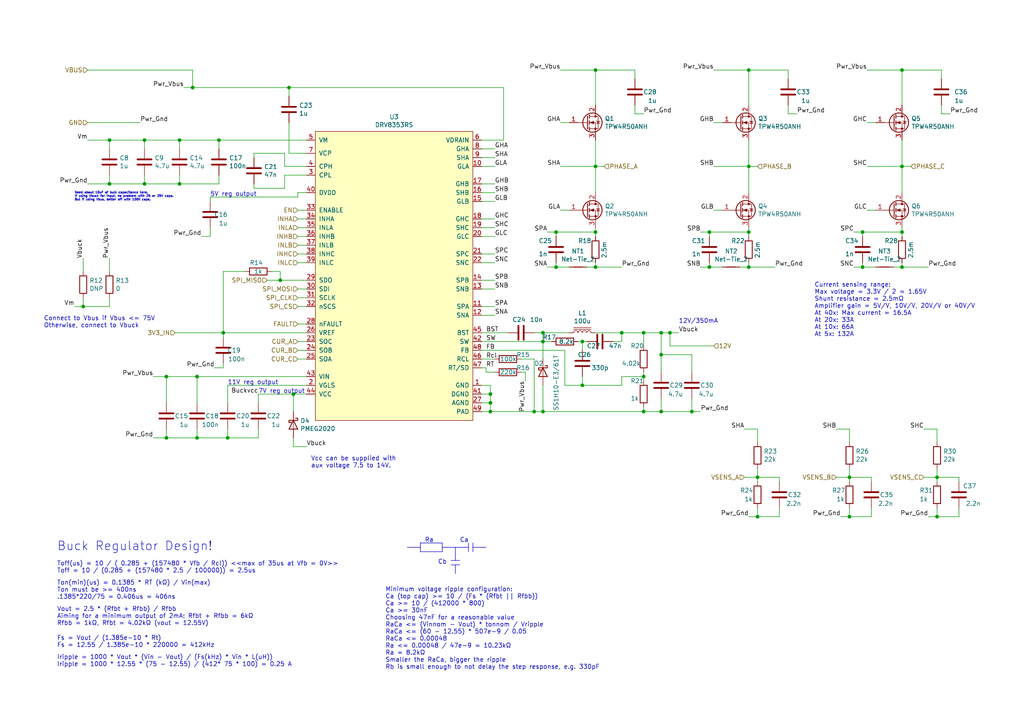
<source format=kicad_sch>
(kicad_sch (version 20230121) (generator eeschema)
  (paper "A4")
  (lib_symbols
    (symbol "Custom:DRV8353RS" (pin_names (offset 1.016))
      (property "Reference" "U" (at -20.32 41.91 0))
      (property "Value" "DRV8353RS" (at 19.05 41.91 0))
      (symbol "DRV8353RS_0_1"
        (rectangle (start 22.86 -43.18) (end -22.86 40.64) (fill (type background)))
      )
      (symbol "DRV8353RS_1_1"
        (pin input line (at 25.4 -33.02 180) (length 2.54) (name "GND") (number "1"))
        (pin input line (at 25.4 30.48 180) (length 2.54) (name "GLA") (number "10"))
        (pin input line (at 25.4 -10.16 180) (length 2.54) (name "SPA") (number "11"))
        (pin input line (at 25.4 -12.7 180) (length 2.54) (name "SNA") (number "12"))
        (pin input line (at 25.4 -5.08 180) (length 2.54) (name "SNB") (number "13"))
        (pin input line (at 25.4 -2.54 180) (length 2.54) (name "SPB") (number "14"))
        (pin input line (at 25.4 20.32 180) (length 2.54) (name "GLB") (number "15"))
        (pin input line (at 25.4 22.86 180) (length 2.54) (name "SHB") (number "16"))
        (pin input line (at 25.4 25.4 180) (length 2.54) (name "GHB") (number "17"))
        (pin input line (at 25.4 15.24 180) (length 2.54) (name "GHC") (number "18"))
        (pin input line (at 25.4 12.7 180) (length 2.54) (name "SHC") (number "19"))
        (pin input line (at -25.4 -33.02 0) (length 2.54) (name "VGLS") (number "2"))
        (pin input line (at 25.4 10.16 180) (length 2.54) (name "GLC") (number "20"))
        (pin input line (at 25.4 5.08 180) (length 2.54) (name "SPC") (number "21"))
        (pin input line (at 25.4 2.54 180) (length 2.54) (name "SNC") (number "22"))
        (pin input line (at -25.4 -20.32 0) (length 2.54) (name "SOC") (number "23"))
        (pin input line (at -25.4 -22.86 0) (length 2.54) (name "SOB") (number "24"))
        (pin input line (at -25.4 -25.4 0) (length 2.54) (name "SOA") (number "25"))
        (pin input line (at -25.4 -17.78 0) (length 2.54) (name "VREF") (number "26"))
        (pin input line (at 25.4 -38.1 180) (length 2.54) (name "AGND") (number "27"))
        (pin input line (at -25.4 -15.24 0) (length 2.54) (name "nFAULT") (number "28"))
        (pin input line (at -25.4 -2.54 0) (length 2.54) (name "SDO") (number "29"))
        (pin input line (at -25.4 27.94 0) (length 2.54) (name "CPL") (number "3"))
        (pin input line (at -25.4 -5.08 0) (length 2.54) (name "SDI") (number "30"))
        (pin input line (at -25.4 -7.62 0) (length 2.54) (name "SCLK") (number "31"))
        (pin input line (at -25.4 -10.16 0) (length 2.54) (name "nSCS") (number "32"))
        (pin input line (at -25.4 17.78 0) (length 2.54) (name "ENABLE") (number "33"))
        (pin input line (at -25.4 15.24 0) (length 2.54) (name "INHA") (number "34"))
        (pin input line (at -25.4 12.7 0) (length 2.54) (name "INLA") (number "35"))
        (pin input line (at -25.4 10.16 0) (length 2.54) (name "INHB") (number "36"))
        (pin input line (at -25.4 7.62 0) (length 2.54) (name "INLB") (number "37"))
        (pin input line (at -25.4 5.08 0) (length 2.54) (name "INHC") (number "38"))
        (pin input line (at -25.4 2.54 0) (length 2.54) (name "INLC") (number "39"))
        (pin input line (at -25.4 30.48 0) (length 2.54) (name "CPH") (number "4"))
        (pin input line (at -25.4 22.86 0) (length 2.54) (name "DVDD") (number "40"))
        (pin input line (at 25.4 -35.56 180) (length 2.54) (name "DGND") (number "41"))
        (pin input line (at 25.4 -20.32 180) (length 2.54) (name "SW") (number "42"))
        (pin input line (at -25.4 -30.48 0) (length 2.54) (name "VIN") (number "43"))
        (pin input line (at -25.4 -35.56 0) (length 2.54) (name "VCC") (number "44"))
        (pin input line (at 25.4 -17.78 180) (length 2.54) (name "BST") (number "45"))
        (pin input line (at 25.4 -25.4 180) (length 2.54) (name "RCL") (number "46"))
        (pin input line (at 25.4 -27.94 180) (length 2.54) (name "RT/SD") (number "47"))
        (pin input line (at 25.4 -22.86 180) (length 2.54) (name "FB") (number "48"))
        (pin input line (at 25.4 -40.64 180) (length 2.54) (name "PAD") (number "49"))
        (pin input line (at -25.4 38.1 0) (length 2.54) (name "VM") (number "5"))
        (pin input line (at 25.4 38.1 180) (length 2.54) (name "VDRAIN") (number "6"))
        (pin input line (at -25.4 34.29 0) (length 2.54) (name "VCP") (number "7"))
        (pin input line (at 25.4 35.56 180) (length 2.54) (name "GHA") (number "8"))
        (pin input line (at 25.4 33.02 180) (length 2.54) (name "SHA") (number "9"))
      )
    )
    (symbol "Device:C" (pin_numbers hide) (pin_names (offset 0.254))
      (property "Reference" "C" (at 0.635 2.54 0))
      (property "Value" "C" (at 0.635 -2.54 0))
      (symbol "C_0_1"
        (polyline (pts (xy -2.032 -0.762) (xy 2.032 -0.762)) (stroke (width 0.508)))
        (polyline (pts (xy -2.032 0.762) (xy 2.032 0.762)) (stroke (width 0.508)))
      )
      (symbol "C_1_1"
        (pin passive line (at 0 3.81 270) (length 2.794) (name "~") (number "1"))
        (pin passive line (at 0 -3.81 90) (length 2.794) (name "~") (number "2"))
      )
    )
    (symbol "Device:D_Schottky" (pin_numbers hide) (pin_names (offset 1.016) hide)
      (property "Reference" "D" (at 0 2.54 0))
      (property "Value" "D_Schottky" (at 0 -2.54 0))
      (symbol "D_Schottky_0_1"
        (polyline (pts (xy 1.27 0) (xy -1.27 0)))
        (polyline (pts (xy 1.27 1.27) (xy 1.27 -1.27) (xy -1.27 0) (xy 1.27 1.27)) (stroke (width 0.254)))
        (polyline (pts (xy -1.905 0.635) (xy -1.905 1.27) (xy -1.27 1.27) (xy -1.27 -1.27) (xy -0.635 -1.27) (xy -0.635 -0.635)) (stroke (width 0.254)))
      )
      (symbol "D_Schottky_1_1"
        (pin passive line (at -3.81 0 0) (length 2.54) (name "K") (number "1"))
        (pin passive line (at 3.81 0 180) (length 2.54) (name "A") (number "2"))
      )
    )
    (symbol "Device:L_Iron" (pin_numbers hide) (pin_names (offset 1.016) hide)
      (property "Reference" "L" (at -1.27 0 90))
      (property "Value" "L_Iron" (at 2.794 0 90))
      (symbol "L_Iron_0_1"
        (arc (start 0 -2.54) (mid 0.6323 -1.905) (end 0 -1.27))
        (arc (start 0 -1.27) (mid 0.6323 -0.635) (end 0 0))
        (polyline (pts (xy 1.016 2.54) (xy 1.016 -2.54)))
        (polyline (pts (xy 1.524 -2.54) (xy 1.524 2.54)))
        (arc (start 0 0) (mid 0.6323 0.635) (end 0 1.27))
        (arc (start 0 1.27) (mid 0.6323 1.905) (end 0 2.54))
      )
      (symbol "L_Iron_1_1"
        (pin passive line (at 0 3.81 270) (length 1.27) (name "1") (number "1"))
        (pin passive line (at 0 -3.81 90) (length 1.27) (name "2") (number "2"))
      )
    )
    (symbol "Device:NetTie_2" (pin_numbers hide) (pin_names (offset 0) hide) (in_bom no)
      (property "Reference" "NT" (at 0 1.27 0))
      (property "Value" "NetTie_2" (at 0 -1.27 0))
      (symbol "NetTie_2_0_1"
        (polyline (pts (xy -1.27 0) (xy 1.27 0)) (stroke (width 0.254)))
      )
      (symbol "NetTie_2_1_1"
        (pin passive line (at -2.54 0 0) (length 2.54) (name "1") (number "1"))
        (pin passive line (at 2.54 0 180) (length 2.54) (name "2") (number "2"))
      )
    )
    (symbol "Device:Q_NMOS_GDS" (pin_names (offset 0) hide)
      (property "Reference" "Q" (at 5.08 1.27 0))
      (property "Value" "Q_NMOS_GDS" (at 5.08 -1.27 0))
      (symbol "Q_NMOS_GDS_0_1"
        (polyline (pts (xy 0.254 0) (xy -2.54 0)))
        (polyline (pts (xy 0.254 1.905) (xy 0.254 -1.905)) (stroke (width 0.254)))
        (polyline (pts (xy 0.762 -1.27) (xy 0.762 -2.286)) (stroke (width 0.254)))
        (polyline (pts (xy 0.762 0.508) (xy 0.762 -0.508)) (stroke (width 0.254)))
        (polyline (pts (xy 0.762 2.286) (xy 0.762 1.27)) (stroke (width 0.254)))
        (polyline (pts (xy 2.54 2.54) (xy 2.54 1.778)))
        (polyline (pts (xy 2.54 -2.54) (xy 2.54 0) (xy 0.762 0)))
        (polyline (pts (xy 0.762 -1.778) (xy 3.302 -1.778) (xy 3.302 1.778) (xy 0.762 1.778)))
        (polyline (pts (xy 1.016 0) (xy 2.032 0.381) (xy 2.032 -0.381) (xy 1.016 0)) (fill (type outline)))
        (polyline (pts (xy 2.794 0.508) (xy 2.921 0.381) (xy 3.683 0.381) (xy 3.81 0.254)))
        (polyline (pts (xy 3.302 0.381) (xy 2.921 -0.254) (xy 3.683 -0.254) (xy 3.302 0.381)))
        (circle (center 1.651 0) (radius 2.794) (stroke (width 0.254)))
        (circle (center 2.54 -1.778) (radius 0.254) (fill (type outline)))
        (circle (center 2.54 1.778) (radius 0.254) (fill (type outline)))
      )
      (symbol "Q_NMOS_GDS_1_1"
        (pin input line (at -5.08 0 0) (length 2.54) (name "G") (number "1"))
        (pin passive line (at 2.54 5.08 270) (length 2.54) (name "D") (number "2"))
        (pin passive line (at 2.54 -5.08 90) (length 2.54) (name "S") (number "3"))
      )
    )
    (symbol "Device:R" (pin_numbers hide) (pin_names (offset 0))
      (property "Reference" "R" (at 2.032 0 90))
      (property "Value" "R" (at 0 0 90))
      (symbol "R_0_1"
        (rectangle (start -1.016 -2.54) (end 1.016 2.54) (stroke (width 0.254)))
      )
      (symbol "R_1_1"
        (pin passive line (at 0 3.81 270) (length 1.27) (name "~") (number "1"))
        (pin passive line (at 0 -3.81 90) (length 1.27) (name "~") (number "2"))
      )
    )
  )
  (junction (at 186.69 109.22))
  (junction (at 246.38 138.43))
  (junction (at 142.24 116.84))
  (junction (at 63.5 40.64))
  (junction (at 186.69 96.52))
  (junction (at 172.72 48.26))
  (junction (at 217.17 20.32))
  (junction (at 168.91 111.76))
  (junction (at 31.75 53.34))
  (junction (at 217.17 77.47))
  (junction (at 205.74 77.47))
  (junction (at 172.72 20.32))
  (junction (at 52.07 53.34))
  (junction (at 219.71 138.43))
  (junction (at 246.38 149.86))
  (junction (at 168.91 99.06))
  (junction (at 205.74 67.31))
  (junction (at 142.24 119.38))
  (junction (at 261.62 67.31))
  (junction (at 200.66 119.38))
  (junction (at 81.28 81.28))
  (junction (at 194.31 96.52))
  (junction (at 172.72 67.31))
  (junction (at 154.94 119.38))
  (junction (at 48.26 109.22))
  (junction (at 41.91 53.34))
  (junction (at 261.62 48.26))
  (junction (at 24.13 88.9))
  (junction (at 271.78 138.43))
  (junction (at 57.15 109.22))
  (junction (at 161.29 77.47))
  (junction (at 217.17 48.26))
  (junction (at 191.77 96.52))
  (junction (at 271.78 149.86))
  (junction (at 83.82 25.4))
  (junction (at 142.24 114.3))
  (junction (at 172.72 77.47))
  (junction (at 161.29 67.31))
  (junction (at 261.62 77.47))
  (junction (at 85.09 114.3))
  (junction (at 66.04 127))
  (junction (at 250.19 67.31))
  (junction (at 250.19 77.47))
  (junction (at 191.77 102.87))
  (junction (at 157.48 99.06))
  (junction (at 52.07 40.64))
  (junction (at 186.69 119.38))
  (junction (at 55.88 25.4))
  (junction (at 191.77 119.38))
  (junction (at 180.34 96.52))
  (junction (at 57.15 127))
  (junction (at 31.75 40.64))
  (junction (at 217.17 67.31))
  (junction (at 157.48 119.38))
  (junction (at 261.62 20.32))
  (junction (at 157.48 96.52))
  (junction (at 48.26 127))
  (junction (at 41.91 40.64))
  (junction (at 64.77 96.52))
  (junction (at 219.71 149.86))
  (wire (pts (xy 250.19 67.31) (xy 261.62 67.31)))
  (wire (pts (xy 64.77 96.52) (xy 50.8 96.52)))
  (wire (pts (xy 143.51 91.44) (xy 139.7 91.44)))
  (wire (pts (xy 269.24 149.86) (xy 271.78 149.86)))
  (wire (pts (xy 85.09 114.3) (xy 88.9 114.3)))
  (wire (pts (xy 217.17 77.47) (xy 224.79 77.47)))
  (wire (pts (xy 154.94 104.14) (xy 154.94 119.38)))
  (wire (pts (xy 246.38 138.43) (xy 252.73 138.43)))
  (wire (pts (xy 83.82 27.94) (xy 83.82 25.4)))
  (wire (pts (xy 57.15 127) (xy 66.04 127)))
  (wire (pts (xy 52.07 40.64) (xy 63.5 40.64)))
  (wire (pts (xy 207.01 20.32) (xy 217.17 20.32)))
  (wire (pts (xy 88.9 40.64) (xy 63.5 40.64)))
  (wire (pts (xy 194.31 100.33) (xy 194.31 96.52)))
  (wire (pts (xy 83.82 44.45) (xy 83.82 35.56)))
  (wire (pts (xy 203.2 77.47) (xy 205.74 77.47)))
  (wire (pts (xy 168.91 101.6) (xy 168.91 99.06)))
  (wire (pts (xy 85.09 129.54) (xy 85.09 127)))
  (wire (pts (xy 271.78 149.86) (xy 278.13 149.86)))
  (wire (pts (xy 78.74 78.74) (xy 81.28 78.74)))
  (wire (pts (xy 180.34 111.76) (xy 168.91 111.76)))
  (wire (pts (xy 52.07 43.18) (xy 52.07 40.64)))
  (wire (pts (xy 57.15 127) (xy 57.15 124.46)))
  (wire (pts (xy 25.4 35.56) (xy 40.64 35.56)))
  (wire (pts (xy 143.51 43.18) (xy 139.7 43.18)))
  (wire (pts (xy 194.31 96.52) (xy 191.77 96.52)))
  (wire (pts (xy 271.78 138.43) (xy 271.78 139.7)))
  (wire (pts (xy 184.15 33.02) (xy 184.15 30.48)))
  (wire (pts (xy 88.9 104.14) (xy 86.36 104.14)))
  (wire (pts (xy 66.04 127) (xy 74.93 127)))
  (wire (pts (xy 246.38 138.43) (xy 246.38 139.7)))
  (wire (pts (xy 88.9 129.54) (xy 85.09 129.54)))
  (wire (pts (xy 168.91 99.06) (xy 167.64 99.06)))
  (wire (pts (xy 48.26 109.22) (xy 57.15 109.22)))
  (wire (pts (xy 217.17 48.26) (xy 217.17 55.88)))
  (wire (pts (xy 261.62 48.26) (xy 261.62 55.88)))
  (wire (pts (xy 81.28 78.74) (xy 81.28 81.28)))
  (wire (pts (xy 88.9 68.58) (xy 86.36 68.58)))
  (wire (pts (xy 86.36 99.06) (xy 88.9 99.06)))
  (wire (pts (xy 247.65 77.47) (xy 250.19 77.47)))
  (wire (pts (xy 180.34 96.52) (xy 186.69 96.52)))
  (wire (pts (xy 180.34 96.52) (xy 180.34 99.06)))
  (wire (pts (xy 172.72 67.31) (xy 172.72 66.04)))
  (wire (pts (xy 142.24 119.38) (xy 154.94 119.38)))
  (polyline (pts (xy 137.16 157.48) (xy 137.16 160.02)) (stroke (width 0) (type solid)))
  (wire (pts (xy 186.69 109.22) (xy 180.34 109.22)))
  (wire (pts (xy 226.06 149.86) (xy 226.06 147.32)))
  (polyline (pts (xy 133.35 162.56) (xy 130.81 162.56)) (stroke (width 0) (type solid)))
  (wire (pts (xy 86.36 93.98) (xy 88.9 93.98)))
  (wire (pts (xy 139.7 101.6) (xy 163.83 101.6)))
  (wire (pts (xy 275.59 33.02) (xy 273.05 33.02)))
  (wire (pts (xy 60.96 68.58) (xy 60.96 66.04)))
  (wire (pts (xy 162.56 60.96) (xy 165.1 60.96)))
  (wire (pts (xy 58.42 68.58) (xy 60.96 68.58)))
  (wire (pts (xy 172.72 68.58) (xy 172.72 67.31)))
  (wire (pts (xy 88.9 48.26) (xy 82.55 48.26)))
  (wire (pts (xy 143.51 58.42) (xy 139.7 58.42)))
  (wire (pts (xy 143.51 76.2) (xy 139.7 76.2)))
  (wire (pts (xy 217.17 149.86) (xy 219.71 149.86)))
  (wire (pts (xy 250.19 68.58) (xy 250.19 67.31)))
  (wire (pts (xy 139.7 111.76) (xy 142.24 111.76)))
  (wire (pts (xy 143.51 55.88) (xy 139.7 55.88)))
  (wire (pts (xy 52.07 53.34) (xy 63.5 53.34)))
  (wire (pts (xy 31.75 50.8) (xy 31.75 53.34)))
  (wire (pts (xy 231.14 33.02) (xy 228.6 33.02)))
  (wire (pts (xy 31.75 86.36) (xy 31.75 88.9)))
  (wire (pts (xy 142.24 119.38) (xy 139.7 119.38)))
  (wire (pts (xy 157.48 119.38) (xy 157.48 111.76)))
  (wire (pts (xy 88.9 73.66) (xy 86.36 73.66)))
  (wire (pts (xy 271.78 138.43) (xy 278.13 138.43)))
  (wire (pts (xy 196.85 96.52) (xy 194.31 96.52)))
  (wire (pts (xy 250.19 77.47) (xy 254 77.47)))
  (wire (pts (xy 73.66 53.34) (xy 73.66 54.61)))
  (wire (pts (xy 64.77 97.79) (xy 64.77 96.52)))
  (wire (pts (xy 217.17 30.48) (xy 217.17 20.32)))
  (wire (pts (xy 186.69 96.52) (xy 191.77 96.52)))
  (wire (pts (xy 82.55 50.8) (xy 88.9 50.8)))
  (wire (pts (xy 82.55 54.61) (xy 82.55 50.8)))
  (wire (pts (xy 207.01 48.26) (xy 217.17 48.26)))
  (wire (pts (xy 147.32 96.52) (xy 139.7 96.52)))
  (wire (pts (xy 55.88 20.32) (xy 55.88 25.4)))
  (wire (pts (xy 219.71 147.32) (xy 219.71 149.86)))
  (wire (pts (xy 219.71 138.43) (xy 219.71 139.7)))
  (wire (pts (xy 191.77 96.52) (xy 191.77 102.87)))
  (wire (pts (xy 139.7 99.06) (xy 157.48 99.06)))
  (wire (pts (xy 140.97 106.68) (xy 139.7 106.68)))
  (wire (pts (xy 24.13 86.36) (xy 24.13 88.9)))
  (wire (pts (xy 86.36 101.6) (xy 88.9 101.6)))
  (wire (pts (xy 242.57 138.43) (xy 246.38 138.43)))
  (wire (pts (xy 73.66 54.61) (xy 82.55 54.61)))
  (wire (pts (xy 83.82 25.4) (xy 55.88 25.4)))
  (wire (pts (xy 142.24 116.84) (xy 142.24 119.38)))
  (wire (pts (xy 63.5 40.64) (xy 63.5 43.18)))
  (polyline (pts (xy 135.89 157.48) (xy 135.89 160.02)) (stroke (width 0) (type solid)))
  (wire (pts (xy 143.51 68.58) (xy 139.7 68.58)))
  (polyline (pts (xy 137.16 158.75) (xy 140.97 158.75)))
  (wire (pts (xy 154.94 119.38) (xy 157.48 119.38)))
  (wire (pts (xy 219.71 138.43) (xy 226.06 138.43)))
  (polyline (pts (xy 132.08 163.83) (xy 132.08 166.37)))
  (wire (pts (xy 25.4 40.64) (xy 31.75 40.64)))
  (wire (pts (xy 261.62 30.48) (xy 261.62 20.32)))
  (wire (pts (xy 31.75 40.64) (xy 41.91 40.64)))
  (wire (pts (xy 142.24 114.3) (xy 142.24 116.84)))
  (wire (pts (xy 86.36 57.15) (xy 86.36 55.88)))
  (polyline (pts (xy 128.27 160.02) (xy 128.27 157.48)) (stroke (width 0) (type solid)))
  (polyline (pts (xy 121.92 157.48) (xy 121.92 160.02)) (stroke (width 0) (type solid)))
  (wire (pts (xy 44.45 109.22) (xy 48.26 109.22)))
  (wire (pts (xy 81.28 81.28) (xy 88.9 81.28)))
  (wire (pts (xy 228.6 33.02) (xy 228.6 30.48)))
  (wire (pts (xy 143.51 63.5) (xy 139.7 63.5)))
  (wire (pts (xy 48.26 116.84) (xy 48.26 109.22)))
  (wire (pts (xy 205.74 77.47) (xy 209.55 77.47)))
  (wire (pts (xy 86.36 86.36) (xy 88.9 86.36)))
  (wire (pts (xy 200.66 102.87) (xy 200.66 107.95)))
  (wire (pts (xy 251.46 48.26) (xy 261.62 48.26)))
  (wire (pts (xy 186.69 109.22) (xy 186.69 107.95)))
  (wire (pts (xy 200.66 119.38) (xy 203.2 119.38)))
  (wire (pts (xy 246.38 147.32) (xy 246.38 149.86)))
  (wire (pts (xy 215.9 138.43) (xy 219.71 138.43)))
  (wire (pts (xy 186.69 110.49) (xy 186.69 109.22)))
  (wire (pts (xy 243.84 149.86) (xy 246.38 149.86)))
  (wire (pts (xy 162.56 20.32) (xy 172.72 20.32)))
  (wire (pts (xy 88.9 96.52) (xy 64.77 96.52)))
  (wire (pts (xy 261.62 67.31) (xy 261.62 66.04)))
  (wire (pts (xy 217.17 67.31) (xy 217.17 66.04)))
  (wire (pts (xy 66.04 127) (xy 66.04 124.46)))
  (wire (pts (xy 271.78 147.32) (xy 271.78 149.86)))
  (wire (pts (xy 180.34 99.06) (xy 177.8 99.06)))
  (wire (pts (xy 203.2 67.31) (xy 205.74 67.31)))
  (wire (pts (xy 180.34 109.22) (xy 180.34 111.76)))
  (wire (pts (xy 264.16 48.26) (xy 261.62 48.26)))
  (polyline (pts (xy 121.92 160.02) (xy 128.27 160.02)) (stroke (width 0) (type solid)))
  (wire (pts (xy 191.77 119.38) (xy 200.66 119.38)))
  (wire (pts (xy 41.91 53.34) (xy 52.07 53.34)))
  (wire (pts (xy 215.9 124.46) (xy 219.71 124.46)))
  (wire (pts (xy 157.48 104.14) (xy 157.48 99.06)))
  (wire (pts (xy 62.23 106.68) (xy 64.77 106.68)))
  (wire (pts (xy 251.46 20.32) (xy 261.62 20.32)))
  (wire (pts (xy 207.01 35.56) (xy 209.55 35.56)))
  (wire (pts (xy 82.55 48.26) (xy 82.55 44.45)))
  (wire (pts (xy 143.51 88.9) (xy 139.7 88.9)))
  (wire (pts (xy 247.65 67.31) (xy 250.19 67.31)))
  (wire (pts (xy 74.93 114.3) (xy 85.09 114.3)))
  (wire (pts (xy 170.18 99.06) (xy 168.91 99.06)))
  (wire (pts (xy 48.26 127) (xy 48.26 124.46)))
  (wire (pts (xy 172.72 77.47) (xy 180.34 77.47)))
  (wire (pts (xy 214.63 77.47) (xy 217.17 77.47)))
  (wire (pts (xy 151.13 104.14) (xy 154.94 104.14)))
  (wire (pts (xy 252.73 149.86) (xy 252.73 147.32)))
  (wire (pts (xy 170.18 77.47) (xy 172.72 77.47)))
  (wire (pts (xy 64.77 96.52) (xy 64.77 78.74)))
  (wire (pts (xy 143.51 48.26) (xy 139.7 48.26)))
  (wire (pts (xy 140.97 106.68) (xy 140.97 107.95)))
  (wire (pts (xy 191.77 102.87) (xy 191.77 107.95)))
  (wire (pts (xy 63.5 53.34) (xy 63.5 50.8)))
  (wire (pts (xy 143.51 83.82) (xy 139.7 83.82)))
  (wire (pts (xy 205.74 67.31) (xy 217.17 67.31)))
  (wire (pts (xy 146.05 40.64) (xy 139.7 40.64)))
  (wire (pts (xy 86.36 66.04) (xy 88.9 66.04)))
  (wire (pts (xy 139.7 116.84) (xy 142.24 116.84)))
  (wire (pts (xy 172.72 48.26) (xy 172.72 40.64)))
  (wire (pts (xy 217.17 68.58) (xy 217.17 67.31)))
  (wire (pts (xy 143.51 53.34) (xy 139.7 53.34)))
  (wire (pts (xy 31.75 74.93) (xy 31.75 78.74)))
  (wire (pts (xy 143.51 73.66) (xy 139.7 73.66)))
  (wire (pts (xy 219.71 48.26) (xy 217.17 48.26)))
  (polyline (pts (xy 130.81 163.83) (xy 133.35 163.83)) (stroke (width 0) (type solid)))
  (wire (pts (xy 163.83 111.76) (xy 163.83 101.6)))
  (wire (pts (xy 191.77 102.87) (xy 200.66 102.87)))
  (wire (pts (xy 52.07 50.8) (xy 52.07 53.34)))
  (wire (pts (xy 66.04 111.76) (xy 88.9 111.76)))
  (wire (pts (xy 157.48 119.38) (xy 186.69 119.38)))
  (wire (pts (xy 175.26 48.26) (xy 172.72 48.26)))
  (wire (pts (xy 88.9 63.5) (xy 86.36 63.5)))
  (wire (pts (xy 273.05 33.02) (xy 273.05 30.48)))
  (wire (pts (xy 161.29 76.2) (xy 161.29 77.47)))
  (wire (pts (xy 143.51 66.04) (xy 139.7 66.04)))
  (polyline (pts (xy 128.27 157.48) (xy 121.92 157.48)) (stroke (width 0) (type solid)))
  (wire (pts (xy 162.56 48.26) (xy 172.72 48.26)))
  (wire (pts (xy 267.97 124.46) (xy 271.78 124.46)))
  (wire (pts (xy 85.09 119.38) (xy 85.09 114.3)))
  (wire (pts (xy 86.36 83.82) (xy 88.9 83.82)))
  (wire (pts (xy 207.01 100.33) (xy 194.31 100.33)))
  (wire (pts (xy 64.77 106.68) (xy 64.77 105.41)))
  (wire (pts (xy 271.78 135.89) (xy 271.78 138.43)))
  (wire (pts (xy 278.13 138.43) (xy 278.13 139.7)))
  (wire (pts (xy 88.9 44.45) (xy 83.82 44.45)))
  (wire (pts (xy 74.93 116.84) (xy 74.93 114.3)))
  (wire (pts (xy 278.13 149.86) (xy 278.13 147.32)))
  (wire (pts (xy 261.62 77.47) (xy 269.24 77.47)))
  (wire (pts (xy 226.06 138.43) (xy 226.06 139.7)))
  (wire (pts (xy 219.71 135.89) (xy 219.71 138.43)))
  (wire (pts (xy 228.6 20.32) (xy 228.6 22.86)))
  (wire (pts (xy 24.13 74.93) (xy 24.13 78.74)))
  (wire (pts (xy 83.82 25.4) (xy 146.05 25.4)))
  (wire (pts (xy 55.88 25.4) (xy 53.34 25.4)))
  (wire (pts (xy 21.59 88.9) (xy 24.13 88.9)))
  (wire (pts (xy 158.75 77.47) (xy 161.29 77.47)))
  (wire (pts (xy 152.4 110.49) (xy 152.4 107.95)))
  (wire (pts (xy 86.36 55.88) (xy 88.9 55.88)))
  (wire (pts (xy 250.19 76.2) (xy 250.19 77.47)))
  (wire (pts (xy 273.05 20.32) (xy 273.05 22.86)))
  (wire (pts (xy 41.91 40.64) (xy 52.07 40.64)))
  (wire (pts (xy 160.02 99.06) (xy 157.48 99.06)))
  (wire (pts (xy 41.91 50.8) (xy 41.91 53.34)))
  (wire (pts (xy 31.75 43.18) (xy 31.75 40.64)))
  (wire (pts (xy 152.4 107.95) (xy 151.13 107.95)))
  (wire (pts (xy 172.72 77.47) (xy 172.72 76.2)))
  (wire (pts (xy 73.66 44.45) (xy 73.66 45.72)))
  (wire (pts (xy 251.46 60.96) (xy 254 60.96)))
  (wire (pts (xy 205.74 76.2) (xy 205.74 77.47)))
  (wire (pts (xy 261.62 20.32) (xy 273.05 20.32)))
  (wire (pts (xy 57.15 109.22) (xy 88.9 109.22)))
  (wire (pts (xy 86.36 88.9) (xy 88.9 88.9)))
  (wire (pts (xy 259.08 77.47) (xy 261.62 77.47)))
  (wire (pts (xy 158.75 67.31) (xy 161.29 67.31)))
  (wire (pts (xy 271.78 124.46) (xy 271.78 128.27)))
  (wire (pts (xy 219.71 149.86) (xy 226.06 149.86)))
  (wire (pts (xy 261.62 68.58) (xy 261.62 67.31)))
  (wire (pts (xy 48.26 127) (xy 57.15 127)))
  (wire (pts (xy 143.51 45.72) (xy 139.7 45.72)))
  (wire (pts (xy 82.55 44.45) (xy 73.66 44.45)))
  (wire (pts (xy 186.69 33.02) (xy 184.15 33.02)))
  (wire (pts (xy 31.75 88.9) (xy 24.13 88.9)))
  (wire (pts (xy 217.17 20.32) (xy 228.6 20.32)))
  (wire (pts (xy 172.72 20.32) (xy 184.15 20.32)))
  (wire (pts (xy 191.77 119.38) (xy 186.69 119.38)))
  (wire (pts (xy 143.51 81.28) (xy 139.7 81.28)))
  (polyline (pts (xy 128.27 158.75) (xy 135.89 158.75)))
  (wire (pts (xy 77.47 81.28) (xy 81.28 81.28)))
  (wire (pts (xy 267.97 138.43) (xy 271.78 138.43)))
  (wire (pts (xy 66.04 111.76) (xy 66.04 116.84)))
  (wire (pts (xy 165.1 96.52) (xy 157.48 96.52)))
  (wire (pts (xy 205.74 68.58) (xy 205.74 67.31)))
  (wire (pts (xy 161.29 68.58) (xy 161.29 67.31)))
  (wire (pts (xy 44.45 127) (xy 48.26 127)))
  (wire (pts (xy 139.7 114.3) (xy 142.24 114.3)))
  (wire (pts (xy 41.91 43.18) (xy 41.91 40.64)))
  (wire (pts (xy 74.93 127) (xy 74.93 124.46)))
  (wire (pts (xy 161.29 77.47) (xy 165.1 77.47)))
  (wire (pts (xy 172.72 30.48) (xy 172.72 20.32)))
  (wire (pts (xy 252.73 138.43) (xy 252.73 139.7)))
  (polyline (pts (xy 132.08 158.75) (xy 132.08 162.56)))
  (wire (pts (xy 142.24 111.76) (xy 142.24 114.3)))
  (wire (pts (xy 161.29 67.31) (xy 172.72 67.31)))
  (wire (pts (xy 168.91 111.76) (xy 163.83 111.76)))
  (wire (pts (xy 25.4 53.34) (xy 31.75 53.34)))
  (wire (pts (xy 86.36 60.96) (xy 88.9 60.96)))
  (wire (pts (xy 157.48 96.52) (xy 154.94 96.52)))
  (wire (pts (xy 246.38 124.46) (xy 246.38 128.27)))
  (wire (pts (xy 64.77 78.74) (xy 71.12 78.74)))
  (wire (pts (xy 60.96 58.42) (xy 60.96 57.15)))
  (wire (pts (xy 186.69 96.52) (xy 186.69 100.33)))
  (wire (pts (xy 143.51 104.14) (xy 139.7 104.14)))
  (wire (pts (xy 200.66 119.38) (xy 200.66 115.57)))
  (wire (pts (xy 261.62 77.47) (xy 261.62 76.2)))
  (wire (pts (xy 86.36 76.2) (xy 88.9 76.2)))
  (wire (pts (xy 261.62 48.26) (xy 261.62 40.64)))
  (wire (pts (xy 86.36 71.12) (xy 88.9 71.12)))
  (wire (pts (xy 191.77 115.57) (xy 191.77 119.38)))
  (wire (pts (xy 251.46 35.56) (xy 254 35.56)))
  (wire (pts (xy 217.17 77.47) (xy 217.17 76.2)))
  (wire (pts (xy 242.57 124.46) (xy 246.38 124.46)))
  (wire (pts (xy 60.96 57.15) (xy 86.36 57.15)))
  (wire (pts (xy 184.15 20.32) (xy 184.15 22.86)))
  (wire (pts (xy 162.56 35.56) (xy 165.1 35.56)))
  (wire (pts (xy 186.69 119.38) (xy 186.69 118.11)))
  (wire (pts (xy 217.17 48.26) (xy 217.17 40.64)))
  (wire (pts (xy 246.38 149.86) (xy 252.73 149.86)))
  (wire (pts (xy 146.05 25.4) (xy 146.05 40.64)))
  (wire (pts (xy 25.4 20.32) (xy 55.88 20.32)))
  (wire (pts (xy 246.38 135.89) (xy 246.38 138.43)))
  (wire (pts (xy 31.75 53.34) (xy 41.91 53.34)))
  (wire (pts (xy 172.72 96.52) (xy 180.34 96.52)))
  (wire (pts (xy 140.97 107.95) (xy 143.51 107.95)))
  (wire (pts (xy 57.15 116.84) (xy 57.15 109.22)))
  (polyline (pts (xy 121.92 158.75) (xy 118.11 158.75)))
  (wire (pts (xy 157.48 99.06) (xy 157.48 96.52)))
  (wire (pts (xy 207.01 60.96) (xy 209.55 60.96)))
  (wire (pts (xy 172.72 48.26) (xy 172.72 55.88)))
  (wire (pts (xy 219.71 124.46) (xy 219.71 128.27)))
  (wire (pts (xy 168.91 111.76) (xy 168.91 109.22)))
  (text "Ra" (at 123.19 157.48 0) (effects (font (size 1.27 1.27)) (justify left bottom)))
  (text "Cb" (at 127 163.83 0) (effects (font (size 1.27 1.27)) (justify left bottom)))
  (text "Buck Regulator Design!" (at 16.51 160.02 0) (effects (font (size 2.54 2.54)) (justify left bottom)))
  (text "Current sensing range:\nMax voltage = 3.3V / 2 = 1.65V\nShunt resistance = 2.5mΩ\nAmplifier gain = 5V/V, 10V/V, 20V/V or 40V/V\nAt 40x: Max current = 16.5A\nAt 20x: 33A\nAt 10x: 66A\nAt 5x: 132A" (at 236.22 97.79 0) (effects (font (size 1.27 1.27)) (justify left bottom)))
  (text "Vout = 2.5 * (Rfbt + Rfbb) / Rfbb\nAiming for a minimum output of 2mA: Rfbt + Rfbb = 6kΩ\nRfbb = 1kΩ, Rfbt = 4.02kΩ (vout = 12.55V)" (at 16.51 181.61 0) (effects (font (size 1.27 1.27)) (justify left bottom)))
  (text "5V reg output" (at 60.96 57.15 0) (effects (font (size 1.27 1.27)) (justify left bottom)))
  (text "Vcc can be supplied with\naux voltage 7.5 to 14V." (at 90.17 135.89 0) (effects (font (size 1.27 1.27)) (justify left bottom)))
  (text "Minimum voltage ripple configuration:\nCa (top cap) >= 10 / (Fs * (Rfbt || Rfbb))\nCa >= 10 / (412000 * 800)\nCa >= 30nF\nChoosing 47nF for a reasonable value\nRaCa <= (Vinnom - Vout) * tonnom / Vripple\nRaCa <= (60 - 12.55) * 507e-9 / 0.05\nRaCa <= 0.00048\nRa <= 0.00048 / 47e-9 = 10.23kΩ\nRa = 8.2kΩ\nSmaller the RaCa, bigger the ripple\nRb is small enough to not delay the step response, e.g. 330pF" (at 111.76 194.31 0) (effects (font (size 1.27 1.27)) (justify left bottom)))
  (text "12V/350mA" (at 196.85 93.98 0) (effects (font (size 1.27 1.27)) (justify left bottom)))
  (text "11V reg output" (at 66.04 111.76 0) (effects (font (size 1.27 1.27)) (justify left bottom)))
  (text "Iripple = 1000 * Vout * (Vin - Vout) / (Fs(kHz) * Vin * L(uH))\nIripple = 1000 * 12.55 * (75 - 12.55) / (412* 75 * 100) = 0.25 A\n\n" (at 16.51 195.58 0) (effects (font (size 1.27 1.27)) (justify left bottom)))
  (text "Ton(min)(us) = 0.1385‬ * RT (kΩ) / Vin(max)\nTon must be >= 400ns\n.1385*220/75 = 0.406us = 406ns" (at 16.51 173.99 0) (effects (font (size 1.27 1.27)) (justify left bottom)))
  (text "7V reg output" (at 74.93 114.3 0) (effects (font (size 1.27 1.27)) (justify left bottom)))
  (text "Connect to Vbus if Vbus <= 75V\nOtherwise, connect to Vbuck" (at 12.7 95.25 0) (effects (font (size 1.27 1.27)) (justify left bottom)))
  (text "Fs = Vout / (1.385e-10 * Rt)\nFs = 12.55 / 1.385e-10 * 220000 = 412kHz" (at 16.51 187.96 0) (effects (font (size 1.27 1.27)) (justify left bottom)))
  (text "Toff(us) = 10 / ( 0.285 + (157480 * Vfb / Rcl)) <<max of 35us at Vfb = 0V>>\nToff = 10 / (0.285 + (157480 * 2.5 / 100000)) = 2.5us" (at 16.51 166.37 0) (effects (font (size 1.27 1.27)) (justify left bottom)))
  (text "Ca" (at 133.35 157.48 0) (effects (font (size 1.27 1.27)) (justify left bottom)))
  (text "Need about 10uF of bulk capacitance here. \nIf using Vbuck for input, no problem with 25 or 35V caps.\nBut if using Vbus, better off with 100V caps." (at 21.59 58.42 0) (effects (font (size 0.635 0.635)) (justify left bottom)))
  (label "SPA" (at 143.51 88.9 0))
  (label "Pwr_Vbus" (at 44.45 109.22 180))
  (label "RT" (at 140.97 106.68 0))
  (label "SPC" (at 143.51 73.66 0))
  (label "SPB" (at 143.51 81.28 0))
  (label "Pwr_Gnd" (at 224.79 77.47 0))
  (label "SHB" (at 242.57 124.46 180))
  (label "Vbuck" (at 88.9 129.54 0))
  (label "Pwr_Gnd" (at 275.59 33.02 0))
  (label "Pwr_Gnd" (at 44.45 127 180))
  (label "Pwr_Vbus" (at 31.75 74.93 90))
  (label "GLC" (at 143.51 68.58 0))
  (label "GLA" (at 162.56 60.96 180))
  (label "GHA" (at 162.56 35.56 180))
  (label "FB" (at 140.97 101.6 0))
  (label "GLB" (at 143.51 58.42 0))
  (label "SHA" (at 162.56 48.26 180))
  (label "SHC" (at 251.46 48.26 180))
  (label "Vbuck" (at 24.13 74.93 90))
  (label "SPB" (at 203.2 67.31 180))
  (label "Pwr_Vbus" (at 162.56 20.32 180))
  (label "SNB" (at 203.2 77.47 180))
  (label "Pwr_Vbus" (at 53.34 25.4 180))
  (label "SHB" (at 143.51 55.88 0))
  (label "Vm" (at 25.4 40.64 180))
  (label "SNB" (at 143.51 83.82 0))
  (label "SHB" (at 207.01 48.26 180))
  (label "Pwr_Gnd" (at 269.24 149.86 180))
  (label "BST" (at 140.97 96.52 0))
  (label "GHB" (at 207.01 35.56 180))
  (label "GHC" (at 251.46 35.56 180))
  (label "SNC" (at 143.51 76.2 0))
  (label "Pwr_Gnd" (at 62.23 106.68 180))
  (label "Pwr_Gnd" (at 243.84 149.86 180))
  (label "GLB" (at 207.01 60.96 180))
  (label "GHC" (at 143.51 63.5 0))
  (label "SPC" (at 247.65 67.31 180))
  (label "Pwr_Vbus" (at 207.01 20.32 180))
  (label "Pwr_Vbus" (at 152.4 110.49 270))
  (label "Rcl" (at 140.97 104.14 0))
  (label "Pwr_Gnd" (at 217.17 149.86 180))
  (label "Vbuck" (at 196.85 96.52 0))
  (label "GHB" (at 143.51 53.34 0))
  (label "SHC" (at 143.51 66.04 0))
  (label "SHA" (at 143.51 45.72 0))
  (label "GLA" (at 143.51 48.26 0))
  (label "Buckvcc" (at 74.93 114.3 180))
  (label "SNA" (at 158.75 77.47 180))
  (label "Pwr_Gnd" (at 269.24 77.47 0))
  (label "SHA" (at 215.9 124.46 180))
  (label "SNC" (at 247.65 77.47 180))
  (label "Pwr_Gnd" (at 180.34 77.47 0))
  (label "SHC" (at 267.97 124.46 180))
  (label "Pwr_Gnd" (at 25.4 53.34 180))
  (label "SW" (at 140.97 99.06 0))
  (label "GHA" (at 143.51 43.18 0))
  (label "Pwr_Vbus" (at 251.46 20.32 180))
  (label "Pwr_Gnd" (at 231.14 33.02 0))
  (label "SNA" (at 143.51 91.44 0))
  (label "Vm" (at 21.59 88.9 180))
  (label "Pwr_Gnd" (at 40.64 35.56 0))
  (label "GLC" (at 251.46 60.96 180))
  (label "SPA" (at 158.75 67.31 180))
  (label "Pwr_Gnd" (at 186.69 33.02 0))
  (label "Pwr_Gnd" (at 203.2 119.38 0))
  (label "Pwr_Gnd" (at 58.42 68.58 180))
  (hierarchical_label "INHA" (shape input) (at 86.36 63.5 180))
  (hierarchical_label "INLC" (shape input) (at 86.36 76.2 180))
  (hierarchical_label "SPI_MISO" (shape input) (at 77.47 81.28 180))
  (hierarchical_label "SPI_MOSI" (shape input) (at 86.36 83.82 180))
  (hierarchical_label "FAULT" (shape input) (at 86.36 93.98 180))
  (hierarchical_label "PHASE_A" (shape input) (at 175.26 48.26 0))
  (hierarchical_label "12V" (shape input) (at 207.01 100.33 0))
  (hierarchical_label "PHASE_B" (shape input) (at 219.71 48.26 0))
  (hierarchical_label "INLB" (shape input) (at 86.36 71.12 180))
  (hierarchical_label "SPI_CS" (shape input) (at 86.36 88.9 180))
  (hierarchical_label "VSENS_C" (shape input) (at 267.97 138.43 180))
  (hierarchical_label "CUR_C" (shape input) (at 86.36 104.14 180))
  (hierarchical_label "VSENS_B" (shape input) (at 242.57 138.43 180))
  (hierarchical_label "INHB" (shape input) (at 86.36 68.58 180))
  (hierarchical_label "PHASE_C" (shape input) (at 264.16 48.26 0))
  (hierarchical_label "INHC" (shape input) (at 86.36 73.66 180))
  (hierarchical_label "CUR_B" (shape input) (at 86.36 101.6 180))
  (hierarchical_label "EN" (shape input) (at 86.36 60.96 180))
  (hierarchical_label "3V3_IN" (shape input) (at 50.8 96.52 180))
  (hierarchical_label "VSENS_A" (shape input) (at 215.9 138.43 180))
  (hierarchical_label "SPI_CLK" (shape input) (at 86.36 86.36 180))
  (hierarchical_label "INLA" (shape input) (at 86.36 66.04 180))
  (hierarchical_label "CUR_A" (shape input) (at 86.36 99.06 180))
  (hierarchical_label "VBUS" (shape input) (at 25.4 20.32 180))
  (hierarchical_label "GND" (shape input) (at 25.4 35.56 180))
  (symbol (lib_id "Device:Q_NMOS_GDS") (at 170.18 35.56 0) (unit 1)
    (property "Reference" "Q1" (at 175.4124 34.3916 0) (effects (justify left)))
    (property "Value" "TPW4R50ANH" (at 175.4124 36.703 0) (effects (justify left)))
    (property "Footprint" "Custom:Toshiba_DSOP-Advance" (effects hide))
  )
  (symbol (lib_id "Device:Q_NMOS_GDS") (at 170.18 60.96 0) (unit 1)
    (property "Reference" "Q2" (at 175.4124 59.7916 0) (effects (justify left)))
    (property "Value" "TPW4R50ANH" (at 175.4124 62.103 0) (effects (justify left)))
    (property "Footprint" "Custom:Toshiba_DSOP-Advance" (effects hide))
  )
  (symbol (lib_id "Device:R") (at 172.72 72.39 0) (unit 1)
    (property "Reference" "R18" (at 167.64 69.85 0) (effects (justify left)))
    (property "Value" "2.5m" (at 175.26 74.93 90) (effects (justify left)))
    (property "Footprint" "Resistor_SMD:R_2512_6332Metric" (effects hide))
  )
  (symbol (lib_id "Device:NetTie_2") (at 167.64 77.47 0) (unit 1) (in_bom no)
    (property "Reference" "NT1" (at 167.64 72.8726 0))
    (property "Value" "Net-Tie_2" (at 167.64 75.184 0))
    (property "Footprint" "NetTie:NetTie-2_SMD_Pad0.5mm" (effects hide))
  )
  (symbol (lib_id "Custom:DRV8353RS") (at 114.3 78.74 0) (unit 1)
    (property "Reference" "U3" (at 114.3 33.909 0))
    (property "Value" "DRV8353RS" (at 114.3 36.2204 0))
    (property "Footprint" "Custom:TI-RGZ-48-QFN" (effects hide))
  )
  (symbol (lib_id "Device:C") (at 83.82 31.75 0) (unit 1)
    (property "Reference" "C23" (at 86.741 30.5816 0) (effects (justify left)))
    (property "Value" "1u" (at 86.741 32.893 0) (effects (justify left)))
    (property "Footprint" "Capacitor_SMD:C_0603_1608Metric" (effects hide))
    (property "Voltage" "16V" (effects hide))
  )
  (symbol (lib_id "Device:C") (at 200.66 111.76 180) (unit 1)
    (property "Reference" "C30" (at 207.01 111.76 0) (effects (justify left)))
    (property "Value" "4.7u" (at 207.01 114.3 0) (effects (justify left)))
    (property "Footprint" "Capacitor_SMD:C_0805_2012Metric" (effects hide))
    (property "Voltage" "16V" (effects hide))
  )
  (symbol (lib_id "Device:R") (at 246.38 132.08 0) (unit 1)
    (property "Reference" "R26" (at 248.158 130.9116 0) (effects (justify left)))
    (property "Value" "22k" (at 248.158 133.223 0) (effects (justify left)))
    (property "Footprint" "Resistor_SMD:R_0603_1608Metric" (effects hide))
  )
  (symbol (lib_id "Device:R") (at 246.38 143.51 0) (unit 1)
    (property "Reference" "R27" (at 241.3 142.24 0) (effects (justify left)))
    (property "Value" "1k" (at 242.57 144.78 0) (effects (justify left)))
    (property "Footprint" "Resistor_SMD:R_0603_1608Metric" (effects hide))
  )
  (symbol (lib_id "Device:C") (at 252.73 143.51 180) (unit 1)
    (property "Reference" "C35" (at 259.08 143.51 0) (effects (justify left)))
    (property "Value" "2.2n" (at 259.08 146.05 0) (effects (justify left)))
    (property "Footprint" "Capacitor_SMD:C_0603_1608Metric" (effects hide))
    (property "Voltage" "16V" (effects hide))
  )
  (symbol (lib_id "Device:C") (at 63.5 46.99 0) (unit 1)
    (property "Reference" "C17" (at 66.421 45.8216 0) (effects (justify left)))
    (property "Value" "100n" (at 66.421 48.133 0) (effects (justify left)))
    (property "Footprint" "Capacitor_SMD:C_0805_2012Metric" (effects hide))
    (property "Voltage" "100V" (effects hide))
  )
  (symbol (lib_id "Device:C") (at 52.07 46.99 0) (unit 1)
    (property "Reference" "C14" (at 54.991 45.8216 0) (effects (justify left)))
    (property "Value" "4.7u" (at 54.991 48.133 0) (effects (justify left)))
    (property "Footprint" "Capacitor_SMD:C_1210_3225Metric" (effects hide))
    (property "Voltage" "100V" (effects hide))
  )
  (symbol (lib_id "Device:C") (at 151.13 96.52 270) (unit 1)
    (property "Reference" "C24" (at 148.59 92.71 90) (effects (justify left)))
    (property "Value" "10n" (at 153.67 92.71 90) (effects (justify left)))
    (property "Footprint" "Capacitor_SMD:C_0603_1608Metric" (effects hide))
    (property "Voltage" "16V" (effects hide))
  )
  (symbol (lib_id "Device:L_Iron") (at 168.91 96.52 90) (unit 1)
    (property "Reference" "L1" (at 168.91 90.805 90))
    (property "Value" "100u" (at 168.91 93.1164 90))
    (property "Footprint" "Custom:NR6045" (effects hide))
  )
  (symbol (lib_id "Device:C") (at 173.99 99.06 270) (unit 1)
    (property "Reference" "C27" (at 170.18 100.33 90) (effects (justify left)))
    (property "Value" "47n" (at 176.53 100.33 90) (effects (justify left)))
    (property "Footprint" "Capacitor_SMD:C_0603_1608Metric" (effects hide))
    (property "Voltage" "16V" (effects hide))
  )
  (symbol (lib_id "Device:R") (at 163.83 99.06 90) (unit 1)
    (property "Reference" "R17" (at 161.29 97.79 90) (effects (justify left)))
    (property "Value" "8.2k" (at 166.37 99.06 90) (effects (justify left)))
    (property "Footprint" "Resistor_SMD:R_0603_1608Metric" (effects hide))
  )
  (symbol (lib_id "Device:C") (at 168.91 105.41 180) (unit 1)
    (property "Reference" "C26" (at 171.45 102.87 0) (effects (justify left)))
    (property "Value" "330p" (at 176.53 106.68 0) (effects (justify left)))
    (property "Footprint" "Capacitor_SMD:C_0603_1608Metric" (effects hide))
    (property "Voltage" "16V" (effects hide))
  )
  (symbol (lib_id "Device:R") (at 186.69 104.14 0) (unit 1)
    (property "Reference" "R20" (at 182.88 100.33 0) (effects (justify left)))
    (property "Value" "4.02k" (at 180.34 105.41 0) (effects (justify left)))
    (property "Footprint" "Resistor_SMD:R_0603_1608Metric" (effects hide))
  )
  (symbol (lib_id "Device:R") (at 186.69 114.3 0) (unit 1)
    (property "Reference" "R21" (at 182.88 110.49 0) (effects (justify left)))
    (property "Value" "1k" (at 182.88 115.57 0) (effects (justify left)))
    (property "Footprint" "Resistor_SMD:R_0603_1608Metric" (effects hide))
  )
  (symbol (lib_id "Device:D_Schottky") (at 157.48 107.95 270) (unit 1)
    (property "Reference" "D2" (at 154.94 105.41 90) (effects (justify left)))
    (property "Value" "SS1H10-E3/61T" (at 161.29 102.87 0) (effects (justify left)))
    (property "Footprint" "Diode_SMD:D_SMA" (effects hide))
  )
  (symbol (lib_id "Device:R") (at 271.78 132.08 0) (unit 1)
    (property "Reference" "R30" (at 273.558 130.9116 0) (effects (justify left)))
    (property "Value" "22k" (at 273.558 133.223 0) (effects (justify left)))
    (property "Footprint" "Resistor_SMD:R_0603_1608Metric" (effects hide))
  )
  (symbol (lib_id "Device:R") (at 271.78 143.51 0) (unit 1)
    (property "Reference" "R31" (at 266.7 142.24 0) (effects (justify left)))
    (property "Value" "1k" (at 266.7 144.78 0) (effects (justify left)))
    (property "Footprint" "Resistor_SMD:R_0603_1608Metric" (effects hide))
  )
  (symbol (lib_id "Device:C") (at 278.13 143.51 180) (unit 1)
    (property "Reference" "C37" (at 283.21 140.97 0) (effects (justify left)))
    (property "Value" "2.2n" (at 284.48 146.05 0) (effects (justify left)))
    (property "Footprint" "Capacitor_SMD:C_0603_1608Metric" (effects hide))
    (property "Voltage" "16V" (effects hide))
  )
  (symbol (lib_id "Device:R") (at 147.32 104.14 90) (unit 1)
    (property "Reference" "R15" (at 153.67 102.87 90) (effects (justify left)))
    (property "Value" "100k" (at 149.86 104.14 90) (effects (justify left)))
    (property "Footprint" "Resistor_SMD:R_0603_1608Metric" (effects hide))
  )
  (symbol (lib_id "Device:R") (at 147.32 107.95 90) (unit 1)
    (property "Reference" "R16" (at 153.67 106.68 90) (effects (justify left)))
    (property "Value" "220k" (at 149.86 107.95 90) (effects (justify left)))
    (property "Footprint" "Resistor_SMD:R_0603_1608Metric" (effects hide))
  )
  (symbol (lib_id "Device:C") (at 66.04 120.65 180) (unit 1)
    (property "Reference" "C20" (at 72.39 120.65 0) (effects (justify left)))
    (property "Value" "1u" (at 72.39 123.19 0) (effects (justify left)))
    (property "Footprint" "Capacitor_SMD:C_0603_1608Metric" (effects hide))
    (property "Voltage" "16V" (effects hide))
  )
  (symbol (lib_id "Device:C") (at 74.93 120.65 180) (unit 1)
    (property "Reference" "C22" (at 81.28 120.65 0) (effects (justify left)))
    (property "Value" "1u" (at 81.28 123.19 0) (effects (justify left)))
    (property "Footprint" "Capacitor_SMD:C_0603_1608Metric" (effects hide))
    (property "Voltage" "16V" (effects hide))
  )
  (symbol (lib_id "Device:C") (at 57.15 120.65 180) (unit 1)
    (property "Reference" "C18" (at 63.5 120.65 0) (effects (justify left)))
    (property "Value" "100n" (at 63.5 123.19 0) (effects (justify left)))
    (property "Footprint" "Capacitor_SMD:C_0805_2012Metric" (effects hide))
    (property "Voltage" "100V" (effects hide))
  )
  (symbol (lib_id "Device:C") (at 48.26 120.65 180) (unit 1)
    (property "Reference" "C15" (at 54.61 120.65 0) (effects (justify left)))
    (property "Value" "1u" (at 54.61 123.19 0) (effects (justify left)))
    (property "Footprint" "Capacitor_SMD:C_1206_3216Metric" (effects hide))
    (property "Voltage" "100V" (effects hide))
  )
  (symbol (lib_id "Device:C") (at 191.77 111.76 180) (unit 1)
    (property "Reference" "C29" (at 198.12 111.76 0) (effects (justify left)))
    (property "Value" "4.7u" (at 198.12 114.3 0) (effects (justify left)))
    (property "Footprint" "Capacitor_SMD:C_0805_2012Metric" (effects hide))
    (property "Voltage" "16V" (effects hide))
  )
  (symbol (lib_id "Device:C") (at 73.66 49.53 0) (unit 1)
    (property "Reference" "C21" (at 76.581 48.3616 0) (effects (justify left)))
    (property "Value" "47n" (at 76.581 50.673 0) (effects (justify left)))
    (property "Footprint" "Capacitor_SMD:C_0805_2012Metric" (effects hide))
    (property "Voltage" "100V" (effects hide))
  )
  (symbol (lib_id "Device:C") (at 60.96 62.23 180) (unit 1)
    (property "Reference" "C16" (at 66.04 62.23 0) (effects (justify left)))
    (property "Value" "1u" (at 66.04 64.77 0) (effects (justify left)))
    (property "Footprint" "Capacitor_SMD:C_0603_1608Metric" (effects hide))
    (property "Voltage" "6.3V" (effects hide))
  )
  (symbol (lib_id "Device:R") (at 74.93 78.74 270) (unit 1)
    (property "Reference" "R14" (at 72.39 76.2 90) (effects (justify left)))
    (property "Value" "1k" (at 73.66 78.74 90) (effects (justify left)))
    (property "Footprint" "Resistor_SMD:R_0603_1608Metric" (effects hide))
  )
  (symbol (lib_id "Device:C") (at 64.77 101.6 180) (unit 1)
    (property "Reference" "C19" (at 69.85 101.6 0) (effects (justify left)))
    (property "Value" "100n" (at 71.12 104.14 0) (effects (justify left)))
    (property "Footprint" "Capacitor_SMD:C_0603_1608Metric" (effects hide))
    (property "Voltage" "6.3V" (effects hide))
  )
  (symbol (lib_id "Device:C") (at 184.15 26.67 180) (unit 1)
    (property "Reference" "C28" (at 190.5 26.67 0) (effects (justify left)))
    (property "Value" "1u" (at 190.5 29.21 0) (effects (justify left)))
    (property "Footprint" "Capacitor_SMD:C_1206_3216Metric" (effects hide))
    (property "Voltage" "100V" (effects hide))
  )
  (symbol (lib_id "Device:C") (at 31.75 46.99 0) (unit 1)
    (property "Reference" "C8" (at 34.671 45.8216 0) (effects (justify left)))
    (property "Value" "1u" (at 34.671 48.133 0) (effects (justify left)))
    (property "Footprint" "Capacitor_SMD:C_1210_3225Metric" (effects hide))
    (property "Voltage" "100V" (effects hide))
  )
  (symbol (lib_id "Device:C") (at 41.91 46.99 0) (unit 1)
    (property "Reference" "C9" (at 44.831 45.8216 0) (effects (justify left)))
    (property "Value" "4.7u" (at 44.831 48.133 0) (effects (justify left)))
    (property "Footprint" "Capacitor_SMD:C_1210_3225Metric" (effects hide))
    (property "Voltage" "100V" (effects hide))
  )
  (symbol (lib_id "Device:Q_NMOS_GDS") (at 214.63 35.56 0) (unit 1)
    (property "Reference" "Q3" (at 219.8624 34.3916 0) (effects (justify left)))
    (property "Value" "TPW4R50ANH" (at 219.8624 36.703 0) (effects (justify left)))
    (property "Footprint" "Custom:Toshiba_DSOP-Advance" (effects hide))
  )
  (symbol (lib_id "Device:Q_NMOS_GDS") (at 214.63 60.96 0) (unit 1)
    (property "Reference" "Q4" (at 219.8624 59.7916 0) (effects (justify left)))
    (property "Value" "TPW4R50ANH" (at 219.8624 62.103 0) (effects (justify left)))
    (property "Footprint" "Custom:Toshiba_DSOP-Advance" (effects hide))
  )
  (symbol (lib_id "Device:NetTie_2") (at 212.09 77.47 0) (unit 1) (in_bom no)
    (property "Reference" "NT2" (at 212.09 72.8726 0))
    (property "Value" "Net-Tie_2" (at 212.09 75.184 0))
    (property "Footprint" "NetTie:NetTie-2_SMD_Pad0.5mm" (effects hide))
  )
  (symbol (lib_id "Device:C") (at 228.6 26.67 180) (unit 1)
    (property "Reference" "C33" (at 234.95 26.67 0) (effects (justify left)))
    (property "Value" "1u" (at 234.95 29.21 0) (effects (justify left)))
    (property "Footprint" "Capacitor_SMD:C_1206_3216Metric" (effects hide))
    (property "Voltage" "100V" (effects hide))
  )
  (symbol (lib_id "Device:Q_NMOS_GDS") (at 259.08 35.56 0) (unit 1)
    (property "Reference" "Q5" (at 264.3124 34.3916 0) (effects (justify left)))
    (property "Value" "TPW4R50ANH" (at 264.3124 36.703 0) (effects (justify left)))
    (property "Footprint" "Custom:Toshiba_DSOP-Advance" (effects hide))
  )
  (symbol (lib_id "Device:Q_NMOS_GDS") (at 259.08 60.96 0) (unit 1)
    (property "Reference" "Q6" (at 264.3124 59.7916 0) (effects (justify left)))
    (property "Value" "TPW4R50ANH" (at 264.3124 62.103 0) (effects (justify left)))
    (property "Footprint" "Custom:Toshiba_DSOP-Advance" (effects hide))
  )
  (symbol (lib_id "Device:NetTie_2") (at 256.54 77.47 0) (unit 1) (in_bom no)
    (property "Reference" "NT3" (at 256.54 72.8726 0))
    (property "Value" "Net-Tie_2" (at 256.54 75.184 0))
    (property "Footprint" "NetTie:NetTie-2_SMD_Pad0.5mm" (effects hide))
  )
  (symbol (lib_id "Device:C") (at 273.05 26.67 180) (unit 1)
    (property "Reference" "C36" (at 280.67 26.67 0) (effects (justify left)))
    (property "Value" "1u" (at 279.4 29.21 0) (effects (justify left)))
    (property "Footprint" "Capacitor_SMD:C_1206_3216Metric" (effects hide))
    (property "Voltage" "100V" (effects hide))
  )
  (symbol (lib_id "Device:C") (at 161.29 72.39 180) (unit 1)
    (property "Reference" "C25" (at 156.21 69.85 0) (effects (justify right)))
    (property "Value" "1n" (at 156.21 73.66 0) (effects (justify right)))
    (property "Footprint" "Capacitor_SMD:C_0603_1608Metric" (effects hide))
  )
  (symbol (lib_id "Device:C") (at 205.74 72.39 180) (unit 1)
    (property "Reference" "C31" (at 200.66 69.85 0) (effects (justify right)))
    (property "Value" "1n" (at 200.66 73.66 0) (effects (justify right)))
    (property "Footprint" "Capacitor_SMD:C_0603_1608Metric" (effects hide))
  )
  (symbol (lib_id "Device:R") (at 219.71 132.08 0) (unit 1)
    (property "Reference" "R23" (at 221.488 130.9116 0) (effects (justify left)))
    (property "Value" "22k" (at 221.488 133.223 0) (effects (justify left)))
    (property "Footprint" "Resistor_SMD:R_0603_1608Metric" (effects hide))
  )
  (symbol (lib_id "Device:R") (at 219.71 143.51 0) (unit 1)
    (property "Reference" "R24" (at 214.63 142.24 0) (effects (justify left)))
    (property "Value" "1k" (at 215.9 144.78 0) (effects (justify left)))
    (property "Footprint" "Resistor_SMD:R_0603_1608Metric" (effects hide))
  )
  (symbol (lib_id "Device:D_Schottky") (at 85.09 123.19 270) (unit 1)
    (property "Reference" "D4" (at 87.0966 122.0216 90) (effects (justify left)))
    (property "Value" "PMEG2020" (at 87.0966 124.333 90) (effects (justify left)))
    (property "Footprint" "Diode_SMD:D_SOD-323F" (effects hide))
  )
  (symbol (lib_id "Device:C") (at 226.06 143.51 180) (unit 1)
    (property "Reference" "C32" (at 232.41 143.51 0) (effects (justify left)))
    (property "Value" "2.2n" (at 232.41 146.05 0) (effects (justify left)))
    (property "Footprint" "Capacitor_SMD:C_0603_1608Metric" (effects hide))
    (property "Voltage" "16V" (effects hide))
  )
  (symbol (lib_id "Device:C") (at 250.19 72.39 180) (unit 1)
    (property "Reference" "C34" (at 245.11 69.85 0) (effects (justify right)))
    (property "Value" "1n" (at 245.11 73.66 0) (effects (justify right)))
    (property "Footprint" "Capacitor_SMD:C_0603_1608Metric" (effects hide))
  )
  (symbol (lib_id "Device:R") (at 217.17 72.39 0) (unit 1)
    (property "Reference" "R22" (at 212.09 69.85 0) (effects (justify left)))
    (property "Value" "2.5m" (at 219.71 74.93 90) (effects (justify left)))
    (property "Footprint" "Resistor_SMD:R_2512_6332Metric" (effects hide))
  )
  (symbol (lib_id "Device:R") (at 261.62 72.39 0) (unit 1)
    (property "Reference" "R28" (at 256.54 69.85 0) (effects (justify left)))
    (property "Value" "2.5m" (at 264.16 74.93 90) (effects (justify left)))
    (property "Footprint" "Resistor_SMD:R_2512_6332Metric" (effects hide))
  )
  (symbol (lib_id "Device:R") (at 24.13 82.55 0) (unit 1)
    (property "Reference" "R12" (at 25.908 81.3816 0) (effects (justify left)))
    (property "Value" "DNP" (at 25.908 83.693 0) (effects (justify left)))
    (property "Footprint" "Resistor_SMD:R_0603_1608Metric" (effects hide))
  )
  (symbol (lib_id "Device:R") (at 31.75 82.55 0) (unit 1)
    (property "Reference" "R13" (at 33.528 81.3816 0) (effects (justify left)))
    (property "Value" "0" (at 33.528 83.693 0) (effects (justify left)))
    (property "Footprint" "Resistor_SMD:R_0603_1608Metric" (effects hide))
  )
)
</source>
